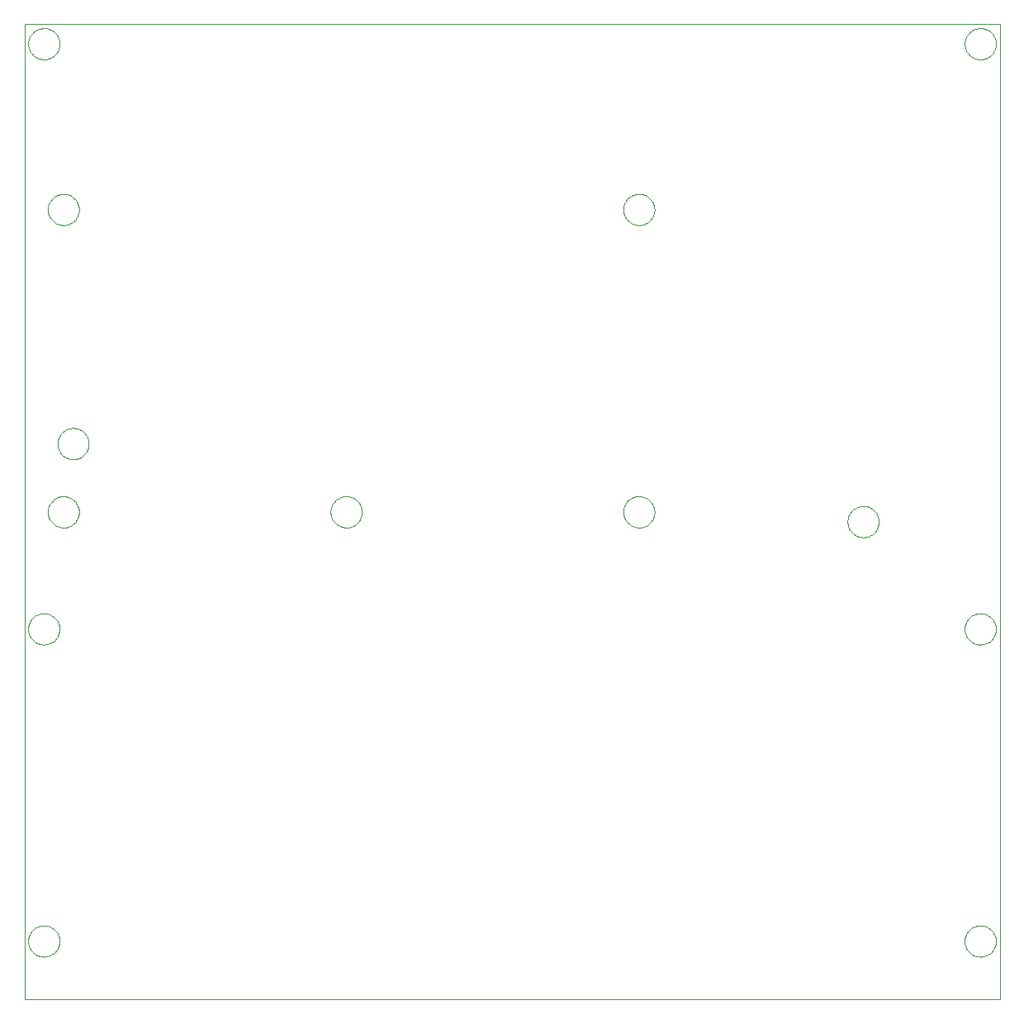
<source format=gbp>
G75*
G70*
%OFA0B0*%
%FSLAX24Y24*%
%IPPOS*%
%LPD*%
%AMOC8*
5,1,8,0,0,1.08239X$1,22.5*
%
%ADD10C,0.0000*%
D10*
X000101Y000101D02*
X000101Y039471D01*
X039471Y039471D01*
X039471Y000101D01*
X000101Y000101D01*
X000258Y002463D02*
X000260Y002513D01*
X000266Y002563D01*
X000276Y002612D01*
X000290Y002660D01*
X000307Y002707D01*
X000328Y002752D01*
X000353Y002796D01*
X000381Y002837D01*
X000413Y002876D01*
X000447Y002913D01*
X000484Y002947D01*
X000524Y002977D01*
X000566Y003004D01*
X000610Y003028D01*
X000656Y003049D01*
X000703Y003065D01*
X000751Y003078D01*
X000801Y003087D01*
X000850Y003092D01*
X000901Y003093D01*
X000951Y003090D01*
X001000Y003083D01*
X001049Y003072D01*
X001097Y003057D01*
X001143Y003039D01*
X001188Y003017D01*
X001231Y002991D01*
X001272Y002962D01*
X001311Y002930D01*
X001347Y002895D01*
X001379Y002857D01*
X001409Y002817D01*
X001436Y002774D01*
X001459Y002730D01*
X001478Y002684D01*
X001494Y002636D01*
X001506Y002587D01*
X001514Y002538D01*
X001518Y002488D01*
X001518Y002438D01*
X001514Y002388D01*
X001506Y002339D01*
X001494Y002290D01*
X001478Y002242D01*
X001459Y002196D01*
X001436Y002152D01*
X001409Y002109D01*
X001379Y002069D01*
X001347Y002031D01*
X001311Y001996D01*
X001272Y001964D01*
X001231Y001935D01*
X001188Y001909D01*
X001143Y001887D01*
X001097Y001869D01*
X001049Y001854D01*
X001000Y001843D01*
X000951Y001836D01*
X000901Y001833D01*
X000850Y001834D01*
X000801Y001839D01*
X000751Y001848D01*
X000703Y001861D01*
X000656Y001877D01*
X000610Y001898D01*
X000566Y001922D01*
X000524Y001949D01*
X000484Y001979D01*
X000447Y002013D01*
X000413Y002050D01*
X000381Y002089D01*
X000353Y002130D01*
X000328Y002174D01*
X000307Y002219D01*
X000290Y002266D01*
X000276Y002314D01*
X000266Y002363D01*
X000260Y002413D01*
X000258Y002463D01*
X000258Y015061D02*
X000260Y015111D01*
X000266Y015161D01*
X000276Y015210D01*
X000290Y015258D01*
X000307Y015305D01*
X000328Y015350D01*
X000353Y015394D01*
X000381Y015435D01*
X000413Y015474D01*
X000447Y015511D01*
X000484Y015545D01*
X000524Y015575D01*
X000566Y015602D01*
X000610Y015626D01*
X000656Y015647D01*
X000703Y015663D01*
X000751Y015676D01*
X000801Y015685D01*
X000850Y015690D01*
X000901Y015691D01*
X000951Y015688D01*
X001000Y015681D01*
X001049Y015670D01*
X001097Y015655D01*
X001143Y015637D01*
X001188Y015615D01*
X001231Y015589D01*
X001272Y015560D01*
X001311Y015528D01*
X001347Y015493D01*
X001379Y015455D01*
X001409Y015415D01*
X001436Y015372D01*
X001459Y015328D01*
X001478Y015282D01*
X001494Y015234D01*
X001506Y015185D01*
X001514Y015136D01*
X001518Y015086D01*
X001518Y015036D01*
X001514Y014986D01*
X001506Y014937D01*
X001494Y014888D01*
X001478Y014840D01*
X001459Y014794D01*
X001436Y014750D01*
X001409Y014707D01*
X001379Y014667D01*
X001347Y014629D01*
X001311Y014594D01*
X001272Y014562D01*
X001231Y014533D01*
X001188Y014507D01*
X001143Y014485D01*
X001097Y014467D01*
X001049Y014452D01*
X001000Y014441D01*
X000951Y014434D01*
X000901Y014431D01*
X000850Y014432D01*
X000801Y014437D01*
X000751Y014446D01*
X000703Y014459D01*
X000656Y014475D01*
X000610Y014496D01*
X000566Y014520D01*
X000524Y014547D01*
X000484Y014577D01*
X000447Y014611D01*
X000413Y014648D01*
X000381Y014687D01*
X000353Y014728D01*
X000328Y014772D01*
X000307Y014817D01*
X000290Y014864D01*
X000276Y014912D01*
X000266Y014961D01*
X000260Y015011D01*
X000258Y015061D01*
X001046Y019786D02*
X001048Y019836D01*
X001054Y019886D01*
X001064Y019935D01*
X001078Y019983D01*
X001095Y020030D01*
X001116Y020075D01*
X001141Y020119D01*
X001169Y020160D01*
X001201Y020199D01*
X001235Y020236D01*
X001272Y020270D01*
X001312Y020300D01*
X001354Y020327D01*
X001398Y020351D01*
X001444Y020372D01*
X001491Y020388D01*
X001539Y020401D01*
X001589Y020410D01*
X001638Y020415D01*
X001689Y020416D01*
X001739Y020413D01*
X001788Y020406D01*
X001837Y020395D01*
X001885Y020380D01*
X001931Y020362D01*
X001976Y020340D01*
X002019Y020314D01*
X002060Y020285D01*
X002099Y020253D01*
X002135Y020218D01*
X002167Y020180D01*
X002197Y020140D01*
X002224Y020097D01*
X002247Y020053D01*
X002266Y020007D01*
X002282Y019959D01*
X002294Y019910D01*
X002302Y019861D01*
X002306Y019811D01*
X002306Y019761D01*
X002302Y019711D01*
X002294Y019662D01*
X002282Y019613D01*
X002266Y019565D01*
X002247Y019519D01*
X002224Y019475D01*
X002197Y019432D01*
X002167Y019392D01*
X002135Y019354D01*
X002099Y019319D01*
X002060Y019287D01*
X002019Y019258D01*
X001976Y019232D01*
X001931Y019210D01*
X001885Y019192D01*
X001837Y019177D01*
X001788Y019166D01*
X001739Y019159D01*
X001689Y019156D01*
X001638Y019157D01*
X001589Y019162D01*
X001539Y019171D01*
X001491Y019184D01*
X001444Y019200D01*
X001398Y019221D01*
X001354Y019245D01*
X001312Y019272D01*
X001272Y019302D01*
X001235Y019336D01*
X001201Y019373D01*
X001169Y019412D01*
X001141Y019453D01*
X001116Y019497D01*
X001095Y019542D01*
X001078Y019589D01*
X001064Y019637D01*
X001054Y019686D01*
X001048Y019736D01*
X001046Y019786D01*
X001439Y022542D02*
X001441Y022592D01*
X001447Y022642D01*
X001457Y022691D01*
X001471Y022739D01*
X001488Y022786D01*
X001509Y022831D01*
X001534Y022875D01*
X001562Y022916D01*
X001594Y022955D01*
X001628Y022992D01*
X001665Y023026D01*
X001705Y023056D01*
X001747Y023083D01*
X001791Y023107D01*
X001837Y023128D01*
X001884Y023144D01*
X001932Y023157D01*
X001982Y023166D01*
X002031Y023171D01*
X002082Y023172D01*
X002132Y023169D01*
X002181Y023162D01*
X002230Y023151D01*
X002278Y023136D01*
X002324Y023118D01*
X002369Y023096D01*
X002412Y023070D01*
X002453Y023041D01*
X002492Y023009D01*
X002528Y022974D01*
X002560Y022936D01*
X002590Y022896D01*
X002617Y022853D01*
X002640Y022809D01*
X002659Y022763D01*
X002675Y022715D01*
X002687Y022666D01*
X002695Y022617D01*
X002699Y022567D01*
X002699Y022517D01*
X002695Y022467D01*
X002687Y022418D01*
X002675Y022369D01*
X002659Y022321D01*
X002640Y022275D01*
X002617Y022231D01*
X002590Y022188D01*
X002560Y022148D01*
X002528Y022110D01*
X002492Y022075D01*
X002453Y022043D01*
X002412Y022014D01*
X002369Y021988D01*
X002324Y021966D01*
X002278Y021948D01*
X002230Y021933D01*
X002181Y021922D01*
X002132Y021915D01*
X002082Y021912D01*
X002031Y021913D01*
X001982Y021918D01*
X001932Y021927D01*
X001884Y021940D01*
X001837Y021956D01*
X001791Y021977D01*
X001747Y022001D01*
X001705Y022028D01*
X001665Y022058D01*
X001628Y022092D01*
X001594Y022129D01*
X001562Y022168D01*
X001534Y022209D01*
X001509Y022253D01*
X001488Y022298D01*
X001471Y022345D01*
X001457Y022393D01*
X001447Y022442D01*
X001441Y022492D01*
X001439Y022542D01*
X001046Y031991D02*
X001048Y032041D01*
X001054Y032091D01*
X001064Y032140D01*
X001078Y032188D01*
X001095Y032235D01*
X001116Y032280D01*
X001141Y032324D01*
X001169Y032365D01*
X001201Y032404D01*
X001235Y032441D01*
X001272Y032475D01*
X001312Y032505D01*
X001354Y032532D01*
X001398Y032556D01*
X001444Y032577D01*
X001491Y032593D01*
X001539Y032606D01*
X001589Y032615D01*
X001638Y032620D01*
X001689Y032621D01*
X001739Y032618D01*
X001788Y032611D01*
X001837Y032600D01*
X001885Y032585D01*
X001931Y032567D01*
X001976Y032545D01*
X002019Y032519D01*
X002060Y032490D01*
X002099Y032458D01*
X002135Y032423D01*
X002167Y032385D01*
X002197Y032345D01*
X002224Y032302D01*
X002247Y032258D01*
X002266Y032212D01*
X002282Y032164D01*
X002294Y032115D01*
X002302Y032066D01*
X002306Y032016D01*
X002306Y031966D01*
X002302Y031916D01*
X002294Y031867D01*
X002282Y031818D01*
X002266Y031770D01*
X002247Y031724D01*
X002224Y031680D01*
X002197Y031637D01*
X002167Y031597D01*
X002135Y031559D01*
X002099Y031524D01*
X002060Y031492D01*
X002019Y031463D01*
X001976Y031437D01*
X001931Y031415D01*
X001885Y031397D01*
X001837Y031382D01*
X001788Y031371D01*
X001739Y031364D01*
X001689Y031361D01*
X001638Y031362D01*
X001589Y031367D01*
X001539Y031376D01*
X001491Y031389D01*
X001444Y031405D01*
X001398Y031426D01*
X001354Y031450D01*
X001312Y031477D01*
X001272Y031507D01*
X001235Y031541D01*
X001201Y031578D01*
X001169Y031617D01*
X001141Y031658D01*
X001116Y031702D01*
X001095Y031747D01*
X001078Y031794D01*
X001064Y031842D01*
X001054Y031891D01*
X001048Y031941D01*
X001046Y031991D01*
X000258Y038683D02*
X000260Y038733D01*
X000266Y038783D01*
X000276Y038832D01*
X000290Y038880D01*
X000307Y038927D01*
X000328Y038972D01*
X000353Y039016D01*
X000381Y039057D01*
X000413Y039096D01*
X000447Y039133D01*
X000484Y039167D01*
X000524Y039197D01*
X000566Y039224D01*
X000610Y039248D01*
X000656Y039269D01*
X000703Y039285D01*
X000751Y039298D01*
X000801Y039307D01*
X000850Y039312D01*
X000901Y039313D01*
X000951Y039310D01*
X001000Y039303D01*
X001049Y039292D01*
X001097Y039277D01*
X001143Y039259D01*
X001188Y039237D01*
X001231Y039211D01*
X001272Y039182D01*
X001311Y039150D01*
X001347Y039115D01*
X001379Y039077D01*
X001409Y039037D01*
X001436Y038994D01*
X001459Y038950D01*
X001478Y038904D01*
X001494Y038856D01*
X001506Y038807D01*
X001514Y038758D01*
X001518Y038708D01*
X001518Y038658D01*
X001514Y038608D01*
X001506Y038559D01*
X001494Y038510D01*
X001478Y038462D01*
X001459Y038416D01*
X001436Y038372D01*
X001409Y038329D01*
X001379Y038289D01*
X001347Y038251D01*
X001311Y038216D01*
X001272Y038184D01*
X001231Y038155D01*
X001188Y038129D01*
X001143Y038107D01*
X001097Y038089D01*
X001049Y038074D01*
X001000Y038063D01*
X000951Y038056D01*
X000901Y038053D01*
X000850Y038054D01*
X000801Y038059D01*
X000751Y038068D01*
X000703Y038081D01*
X000656Y038097D01*
X000610Y038118D01*
X000566Y038142D01*
X000524Y038169D01*
X000484Y038199D01*
X000447Y038233D01*
X000413Y038270D01*
X000381Y038309D01*
X000353Y038350D01*
X000328Y038394D01*
X000307Y038439D01*
X000290Y038486D01*
X000276Y038534D01*
X000266Y038583D01*
X000260Y038633D01*
X000258Y038683D01*
X012463Y019786D02*
X012465Y019836D01*
X012471Y019886D01*
X012481Y019935D01*
X012495Y019983D01*
X012512Y020030D01*
X012533Y020075D01*
X012558Y020119D01*
X012586Y020160D01*
X012618Y020199D01*
X012652Y020236D01*
X012689Y020270D01*
X012729Y020300D01*
X012771Y020327D01*
X012815Y020351D01*
X012861Y020372D01*
X012908Y020388D01*
X012956Y020401D01*
X013006Y020410D01*
X013055Y020415D01*
X013106Y020416D01*
X013156Y020413D01*
X013205Y020406D01*
X013254Y020395D01*
X013302Y020380D01*
X013348Y020362D01*
X013393Y020340D01*
X013436Y020314D01*
X013477Y020285D01*
X013516Y020253D01*
X013552Y020218D01*
X013584Y020180D01*
X013614Y020140D01*
X013641Y020097D01*
X013664Y020053D01*
X013683Y020007D01*
X013699Y019959D01*
X013711Y019910D01*
X013719Y019861D01*
X013723Y019811D01*
X013723Y019761D01*
X013719Y019711D01*
X013711Y019662D01*
X013699Y019613D01*
X013683Y019565D01*
X013664Y019519D01*
X013641Y019475D01*
X013614Y019432D01*
X013584Y019392D01*
X013552Y019354D01*
X013516Y019319D01*
X013477Y019287D01*
X013436Y019258D01*
X013393Y019232D01*
X013348Y019210D01*
X013302Y019192D01*
X013254Y019177D01*
X013205Y019166D01*
X013156Y019159D01*
X013106Y019156D01*
X013055Y019157D01*
X013006Y019162D01*
X012956Y019171D01*
X012908Y019184D01*
X012861Y019200D01*
X012815Y019221D01*
X012771Y019245D01*
X012729Y019272D01*
X012689Y019302D01*
X012652Y019336D01*
X012618Y019373D01*
X012586Y019412D01*
X012558Y019453D01*
X012533Y019497D01*
X012512Y019542D01*
X012495Y019589D01*
X012481Y019637D01*
X012471Y019686D01*
X012465Y019736D01*
X012463Y019786D01*
X024274Y019786D02*
X024276Y019836D01*
X024282Y019886D01*
X024292Y019935D01*
X024306Y019983D01*
X024323Y020030D01*
X024344Y020075D01*
X024369Y020119D01*
X024397Y020160D01*
X024429Y020199D01*
X024463Y020236D01*
X024500Y020270D01*
X024540Y020300D01*
X024582Y020327D01*
X024626Y020351D01*
X024672Y020372D01*
X024719Y020388D01*
X024767Y020401D01*
X024817Y020410D01*
X024866Y020415D01*
X024917Y020416D01*
X024967Y020413D01*
X025016Y020406D01*
X025065Y020395D01*
X025113Y020380D01*
X025159Y020362D01*
X025204Y020340D01*
X025247Y020314D01*
X025288Y020285D01*
X025327Y020253D01*
X025363Y020218D01*
X025395Y020180D01*
X025425Y020140D01*
X025452Y020097D01*
X025475Y020053D01*
X025494Y020007D01*
X025510Y019959D01*
X025522Y019910D01*
X025530Y019861D01*
X025534Y019811D01*
X025534Y019761D01*
X025530Y019711D01*
X025522Y019662D01*
X025510Y019613D01*
X025494Y019565D01*
X025475Y019519D01*
X025452Y019475D01*
X025425Y019432D01*
X025395Y019392D01*
X025363Y019354D01*
X025327Y019319D01*
X025288Y019287D01*
X025247Y019258D01*
X025204Y019232D01*
X025159Y019210D01*
X025113Y019192D01*
X025065Y019177D01*
X025016Y019166D01*
X024967Y019159D01*
X024917Y019156D01*
X024866Y019157D01*
X024817Y019162D01*
X024767Y019171D01*
X024719Y019184D01*
X024672Y019200D01*
X024626Y019221D01*
X024582Y019245D01*
X024540Y019272D01*
X024500Y019302D01*
X024463Y019336D01*
X024429Y019373D01*
X024397Y019412D01*
X024369Y019453D01*
X024344Y019497D01*
X024323Y019542D01*
X024306Y019589D01*
X024292Y019637D01*
X024282Y019686D01*
X024276Y019736D01*
X024274Y019786D01*
X033329Y019392D02*
X033331Y019442D01*
X033337Y019492D01*
X033347Y019541D01*
X033361Y019589D01*
X033378Y019636D01*
X033399Y019681D01*
X033424Y019725D01*
X033452Y019766D01*
X033484Y019805D01*
X033518Y019842D01*
X033555Y019876D01*
X033595Y019906D01*
X033637Y019933D01*
X033681Y019957D01*
X033727Y019978D01*
X033774Y019994D01*
X033822Y020007D01*
X033872Y020016D01*
X033921Y020021D01*
X033972Y020022D01*
X034022Y020019D01*
X034071Y020012D01*
X034120Y020001D01*
X034168Y019986D01*
X034214Y019968D01*
X034259Y019946D01*
X034302Y019920D01*
X034343Y019891D01*
X034382Y019859D01*
X034418Y019824D01*
X034450Y019786D01*
X034480Y019746D01*
X034507Y019703D01*
X034530Y019659D01*
X034549Y019613D01*
X034565Y019565D01*
X034577Y019516D01*
X034585Y019467D01*
X034589Y019417D01*
X034589Y019367D01*
X034585Y019317D01*
X034577Y019268D01*
X034565Y019219D01*
X034549Y019171D01*
X034530Y019125D01*
X034507Y019081D01*
X034480Y019038D01*
X034450Y018998D01*
X034418Y018960D01*
X034382Y018925D01*
X034343Y018893D01*
X034302Y018864D01*
X034259Y018838D01*
X034214Y018816D01*
X034168Y018798D01*
X034120Y018783D01*
X034071Y018772D01*
X034022Y018765D01*
X033972Y018762D01*
X033921Y018763D01*
X033872Y018768D01*
X033822Y018777D01*
X033774Y018790D01*
X033727Y018806D01*
X033681Y018827D01*
X033637Y018851D01*
X033595Y018878D01*
X033555Y018908D01*
X033518Y018942D01*
X033484Y018979D01*
X033452Y019018D01*
X033424Y019059D01*
X033399Y019103D01*
X033378Y019148D01*
X033361Y019195D01*
X033347Y019243D01*
X033337Y019292D01*
X033331Y019342D01*
X033329Y019392D01*
X038053Y015061D02*
X038055Y015111D01*
X038061Y015161D01*
X038071Y015210D01*
X038085Y015258D01*
X038102Y015305D01*
X038123Y015350D01*
X038148Y015394D01*
X038176Y015435D01*
X038208Y015474D01*
X038242Y015511D01*
X038279Y015545D01*
X038319Y015575D01*
X038361Y015602D01*
X038405Y015626D01*
X038451Y015647D01*
X038498Y015663D01*
X038546Y015676D01*
X038596Y015685D01*
X038645Y015690D01*
X038696Y015691D01*
X038746Y015688D01*
X038795Y015681D01*
X038844Y015670D01*
X038892Y015655D01*
X038938Y015637D01*
X038983Y015615D01*
X039026Y015589D01*
X039067Y015560D01*
X039106Y015528D01*
X039142Y015493D01*
X039174Y015455D01*
X039204Y015415D01*
X039231Y015372D01*
X039254Y015328D01*
X039273Y015282D01*
X039289Y015234D01*
X039301Y015185D01*
X039309Y015136D01*
X039313Y015086D01*
X039313Y015036D01*
X039309Y014986D01*
X039301Y014937D01*
X039289Y014888D01*
X039273Y014840D01*
X039254Y014794D01*
X039231Y014750D01*
X039204Y014707D01*
X039174Y014667D01*
X039142Y014629D01*
X039106Y014594D01*
X039067Y014562D01*
X039026Y014533D01*
X038983Y014507D01*
X038938Y014485D01*
X038892Y014467D01*
X038844Y014452D01*
X038795Y014441D01*
X038746Y014434D01*
X038696Y014431D01*
X038645Y014432D01*
X038596Y014437D01*
X038546Y014446D01*
X038498Y014459D01*
X038451Y014475D01*
X038405Y014496D01*
X038361Y014520D01*
X038319Y014547D01*
X038279Y014577D01*
X038242Y014611D01*
X038208Y014648D01*
X038176Y014687D01*
X038148Y014728D01*
X038123Y014772D01*
X038102Y014817D01*
X038085Y014864D01*
X038071Y014912D01*
X038061Y014961D01*
X038055Y015011D01*
X038053Y015061D01*
X038053Y002463D02*
X038055Y002513D01*
X038061Y002563D01*
X038071Y002612D01*
X038085Y002660D01*
X038102Y002707D01*
X038123Y002752D01*
X038148Y002796D01*
X038176Y002837D01*
X038208Y002876D01*
X038242Y002913D01*
X038279Y002947D01*
X038319Y002977D01*
X038361Y003004D01*
X038405Y003028D01*
X038451Y003049D01*
X038498Y003065D01*
X038546Y003078D01*
X038596Y003087D01*
X038645Y003092D01*
X038696Y003093D01*
X038746Y003090D01*
X038795Y003083D01*
X038844Y003072D01*
X038892Y003057D01*
X038938Y003039D01*
X038983Y003017D01*
X039026Y002991D01*
X039067Y002962D01*
X039106Y002930D01*
X039142Y002895D01*
X039174Y002857D01*
X039204Y002817D01*
X039231Y002774D01*
X039254Y002730D01*
X039273Y002684D01*
X039289Y002636D01*
X039301Y002587D01*
X039309Y002538D01*
X039313Y002488D01*
X039313Y002438D01*
X039309Y002388D01*
X039301Y002339D01*
X039289Y002290D01*
X039273Y002242D01*
X039254Y002196D01*
X039231Y002152D01*
X039204Y002109D01*
X039174Y002069D01*
X039142Y002031D01*
X039106Y001996D01*
X039067Y001964D01*
X039026Y001935D01*
X038983Y001909D01*
X038938Y001887D01*
X038892Y001869D01*
X038844Y001854D01*
X038795Y001843D01*
X038746Y001836D01*
X038696Y001833D01*
X038645Y001834D01*
X038596Y001839D01*
X038546Y001848D01*
X038498Y001861D01*
X038451Y001877D01*
X038405Y001898D01*
X038361Y001922D01*
X038319Y001949D01*
X038279Y001979D01*
X038242Y002013D01*
X038208Y002050D01*
X038176Y002089D01*
X038148Y002130D01*
X038123Y002174D01*
X038102Y002219D01*
X038085Y002266D01*
X038071Y002314D01*
X038061Y002363D01*
X038055Y002413D01*
X038053Y002463D01*
X024274Y031991D02*
X024276Y032041D01*
X024282Y032091D01*
X024292Y032140D01*
X024306Y032188D01*
X024323Y032235D01*
X024344Y032280D01*
X024369Y032324D01*
X024397Y032365D01*
X024429Y032404D01*
X024463Y032441D01*
X024500Y032475D01*
X024540Y032505D01*
X024582Y032532D01*
X024626Y032556D01*
X024672Y032577D01*
X024719Y032593D01*
X024767Y032606D01*
X024817Y032615D01*
X024866Y032620D01*
X024917Y032621D01*
X024967Y032618D01*
X025016Y032611D01*
X025065Y032600D01*
X025113Y032585D01*
X025159Y032567D01*
X025204Y032545D01*
X025247Y032519D01*
X025288Y032490D01*
X025327Y032458D01*
X025363Y032423D01*
X025395Y032385D01*
X025425Y032345D01*
X025452Y032302D01*
X025475Y032258D01*
X025494Y032212D01*
X025510Y032164D01*
X025522Y032115D01*
X025530Y032066D01*
X025534Y032016D01*
X025534Y031966D01*
X025530Y031916D01*
X025522Y031867D01*
X025510Y031818D01*
X025494Y031770D01*
X025475Y031724D01*
X025452Y031680D01*
X025425Y031637D01*
X025395Y031597D01*
X025363Y031559D01*
X025327Y031524D01*
X025288Y031492D01*
X025247Y031463D01*
X025204Y031437D01*
X025159Y031415D01*
X025113Y031397D01*
X025065Y031382D01*
X025016Y031371D01*
X024967Y031364D01*
X024917Y031361D01*
X024866Y031362D01*
X024817Y031367D01*
X024767Y031376D01*
X024719Y031389D01*
X024672Y031405D01*
X024626Y031426D01*
X024582Y031450D01*
X024540Y031477D01*
X024500Y031507D01*
X024463Y031541D01*
X024429Y031578D01*
X024397Y031617D01*
X024369Y031658D01*
X024344Y031702D01*
X024323Y031747D01*
X024306Y031794D01*
X024292Y031842D01*
X024282Y031891D01*
X024276Y031941D01*
X024274Y031991D01*
X038053Y038683D02*
X038055Y038733D01*
X038061Y038783D01*
X038071Y038832D01*
X038085Y038880D01*
X038102Y038927D01*
X038123Y038972D01*
X038148Y039016D01*
X038176Y039057D01*
X038208Y039096D01*
X038242Y039133D01*
X038279Y039167D01*
X038319Y039197D01*
X038361Y039224D01*
X038405Y039248D01*
X038451Y039269D01*
X038498Y039285D01*
X038546Y039298D01*
X038596Y039307D01*
X038645Y039312D01*
X038696Y039313D01*
X038746Y039310D01*
X038795Y039303D01*
X038844Y039292D01*
X038892Y039277D01*
X038938Y039259D01*
X038983Y039237D01*
X039026Y039211D01*
X039067Y039182D01*
X039106Y039150D01*
X039142Y039115D01*
X039174Y039077D01*
X039204Y039037D01*
X039231Y038994D01*
X039254Y038950D01*
X039273Y038904D01*
X039289Y038856D01*
X039301Y038807D01*
X039309Y038758D01*
X039313Y038708D01*
X039313Y038658D01*
X039309Y038608D01*
X039301Y038559D01*
X039289Y038510D01*
X039273Y038462D01*
X039254Y038416D01*
X039231Y038372D01*
X039204Y038329D01*
X039174Y038289D01*
X039142Y038251D01*
X039106Y038216D01*
X039067Y038184D01*
X039026Y038155D01*
X038983Y038129D01*
X038938Y038107D01*
X038892Y038089D01*
X038844Y038074D01*
X038795Y038063D01*
X038746Y038056D01*
X038696Y038053D01*
X038645Y038054D01*
X038596Y038059D01*
X038546Y038068D01*
X038498Y038081D01*
X038451Y038097D01*
X038405Y038118D01*
X038361Y038142D01*
X038319Y038169D01*
X038279Y038199D01*
X038242Y038233D01*
X038208Y038270D01*
X038176Y038309D01*
X038148Y038350D01*
X038123Y038394D01*
X038102Y038439D01*
X038085Y038486D01*
X038071Y038534D01*
X038061Y038583D01*
X038055Y038633D01*
X038053Y038683D01*
M02*

</source>
